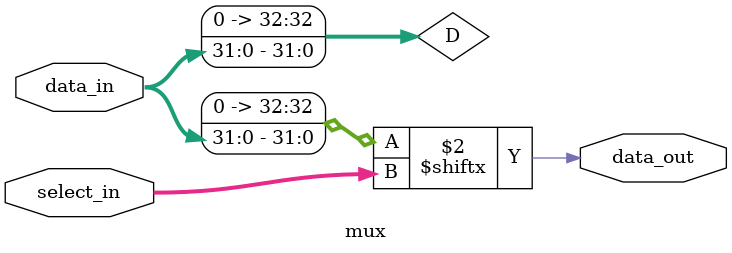
<source format=v>
module mux
    #(parameter NUM_INPUTS = 32, parameter NUM_OUTPUTS = 1)
    (
    input [(NUM_INPUTS-1):0] data_in,
    input [$clog2(NUM_INPUTS)-1:0]  select_in,
    output data_out
    );
reg [NUM_INPUTS:0] D;
always @ (D)
    begin
        D <= data_in;
    end
assign data_out = D[select_in];

endmodule

</source>
